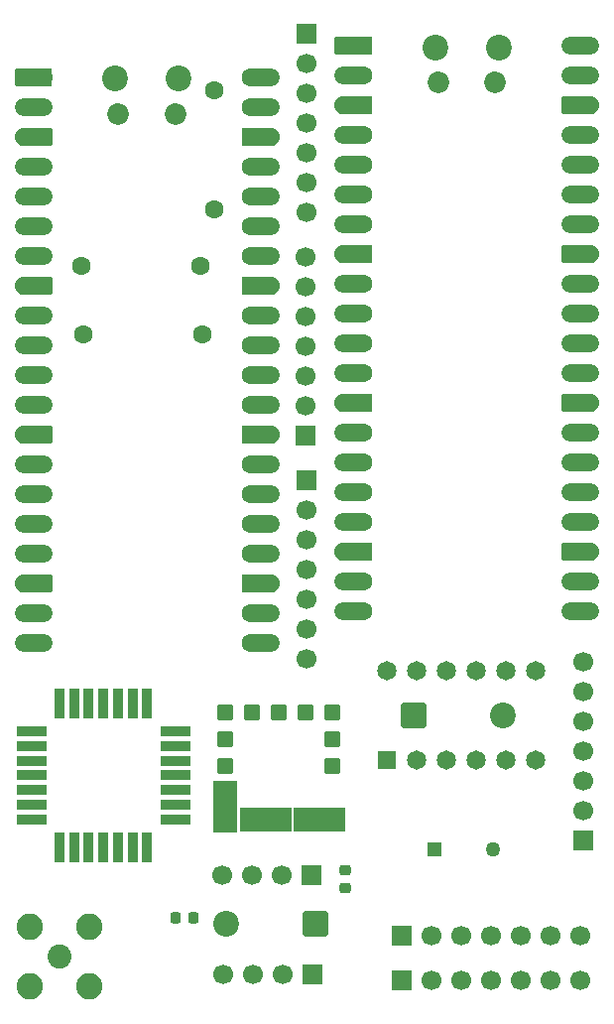
<source format=gbr>
%TF.GenerationSoftware,KiCad,Pcbnew,9.0.2*%
%TF.CreationDate,2025-11-02T21:22:01+09:00*%
%TF.ProjectId,kicad2026_2,6b696361-6432-4303-9236-5f322e6b6963,rev?*%
%TF.SameCoordinates,Original*%
%TF.FileFunction,Soldermask,Top*%
%TF.FilePolarity,Negative*%
%FSLAX46Y46*%
G04 Gerber Fmt 4.6, Leading zero omitted, Abs format (unit mm)*
G04 Created by KiCad (PCBNEW 9.0.2) date 2025-11-02 21:22:01*
%MOMM*%
%LPD*%
G01*
G04 APERTURE LIST*
G04 Aperture macros list*
%AMRoundRect*
0 Rectangle with rounded corners*
0 $1 Rounding radius*
0 $2 $3 $4 $5 $6 $7 $8 $9 X,Y pos of 4 corners*
0 Add a 4 corners polygon primitive as box body*
4,1,4,$2,$3,$4,$5,$6,$7,$8,$9,$2,$3,0*
0 Add four circle primitives for the rounded corners*
1,1,$1+$1,$2,$3*
1,1,$1+$1,$4,$5*
1,1,$1+$1,$6,$7*
1,1,$1+$1,$8,$9*
0 Add four rect primitives between the rounded corners*
20,1,$1+$1,$2,$3,$4,$5,0*
20,1,$1+$1,$4,$5,$6,$7,0*
20,1,$1+$1,$6,$7,$8,$9,0*
20,1,$1+$1,$8,$9,$2,$3,0*%
%AMFreePoly0*
4,1,37,0.800000,0.796148,0.878414,0.796148,1.032228,0.765552,1.177117,0.705537,1.307515,0.618408,1.418408,0.507515,1.505537,0.377117,1.565552,0.232228,1.596148,0.078414,1.596148,-0.078414,1.565552,-0.232228,1.505537,-0.377117,1.418408,-0.507515,1.307515,-0.618408,1.177117,-0.705537,1.032228,-0.765552,0.878414,-0.796148,0.800000,-0.796148,0.800000,-0.800000,-1.400000,-0.800000,
-1.403843,-0.796157,-1.439018,-0.796157,-1.511114,-0.766294,-1.566294,-0.711114,-1.596157,-0.639018,-1.596157,-0.603843,-1.600000,-0.600000,-1.600000,0.600000,-1.596157,0.603843,-1.596157,0.639018,-1.566294,0.711114,-1.511114,0.766294,-1.439018,0.796157,-1.403843,0.796157,-1.400000,0.800000,0.800000,0.800000,0.800000,0.796148,0.800000,0.796148,$1*%
%AMFreePoly1*
4,1,37,1.403843,0.796157,1.439018,0.796157,1.511114,0.766294,1.566294,0.711114,1.596157,0.639018,1.596157,0.603843,1.600000,0.600000,1.600000,-0.600000,1.596157,-0.603843,1.596157,-0.639018,1.566294,-0.711114,1.511114,-0.766294,1.439018,-0.796157,1.403843,-0.796157,1.400000,-0.800000,-0.800000,-0.800000,-0.800000,-0.796148,-0.878414,-0.796148,-1.032228,-0.765552,-1.177117,-0.705537,
-1.307515,-0.618408,-1.418408,-0.507515,-1.505537,-0.377117,-1.565552,-0.232228,-1.596148,-0.078414,-1.596148,0.078414,-1.565552,0.232228,-1.505537,0.377117,-1.418408,0.507515,-1.307515,0.618408,-1.177117,0.705537,-1.032228,0.765552,-0.878414,0.796148,-0.800000,0.796148,-0.800000,0.800000,1.400000,0.800000,1.403843,0.796157,1.403843,0.796157,$1*%
%AMFreePoly2*
4,1,37,0.603843,0.796157,0.639018,0.796157,0.711114,0.766294,0.766294,0.711114,0.796157,0.639018,0.796157,0.603843,0.800000,0.600000,0.800000,-0.600000,0.796157,-0.603843,0.796157,-0.639018,0.766294,-0.711114,0.711114,-0.766294,0.639018,-0.796157,0.603843,-0.796157,0.600000,-0.800000,0.000000,-0.800000,0.000000,-0.796148,-0.078414,-0.796148,-0.232228,-0.765552,-0.377117,-0.705537,
-0.507515,-0.618408,-0.618408,-0.507515,-0.705537,-0.377117,-0.765552,-0.232228,-0.796148,-0.078414,-0.796148,0.078414,-0.765552,0.232228,-0.705537,0.377117,-0.618408,0.507515,-0.507515,0.618408,-0.377117,0.705537,-0.232228,0.765552,-0.078414,0.796148,0.000000,0.796148,0.000000,0.800000,0.600000,0.800000,0.603843,0.796157,0.603843,0.796157,$1*%
%AMFreePoly3*
4,1,37,0.000000,0.796148,0.078414,0.796148,0.232228,0.765552,0.377117,0.705537,0.507515,0.618408,0.618408,0.507515,0.705537,0.377117,0.765552,0.232228,0.796148,0.078414,0.796148,-0.078414,0.765552,-0.232228,0.705537,-0.377117,0.618408,-0.507515,0.507515,-0.618408,0.377117,-0.705537,0.232228,-0.765552,0.078414,-0.796148,0.000000,-0.796148,0.000000,-0.800000,-0.600000,-0.800000,
-0.603843,-0.796157,-0.639018,-0.796157,-0.711114,-0.766294,-0.766294,-0.711114,-0.796157,-0.639018,-0.796157,-0.603843,-0.800000,-0.600000,-0.800000,0.600000,-0.796157,0.603843,-0.796157,0.639018,-0.766294,0.711114,-0.711114,0.766294,-0.639018,0.796157,-0.603843,0.796157,-0.600000,0.800000,0.000000,0.800000,0.000000,0.796148,0.000000,0.796148,$1*%
G04 Aperture macros list end*
%ADD10R,1.700000X1.700000*%
%ADD11C,1.700000*%
%ADD12R,1.650000X1.650000*%
%ADD13C,1.650000*%
%ADD14RoundRect,0.249999X0.850001X0.850001X-0.850001X0.850001X-0.850001X-0.850001X0.850001X-0.850001X0*%
%ADD15C,2.200000*%
%ADD16C,1.850000*%
%ADD17FreePoly0,0.000000*%
%ADD18RoundRect,0.200000X-0.600000X-0.600000X0.600000X-0.600000X0.600000X0.600000X-0.600000X0.600000X0*%
%ADD19RoundRect,0.800000X-0.800000X-0.000010X0.800000X-0.000010X0.800000X0.000010X-0.800000X0.000010X0*%
%ADD20C,1.600000*%
%ADD21FreePoly1,0.000000*%
%ADD22FreePoly2,0.000000*%
%ADD23FreePoly3,0.000000*%
%ADD24RoundRect,0.225000X-0.225000X-0.250000X0.225000X-0.250000X0.225000X0.250000X-0.225000X0.250000X0*%
%ADD25RoundRect,0.102000X0.571500X0.571500X-0.571500X0.571500X-0.571500X-0.571500X0.571500X-0.571500X0*%
%ADD26RoundRect,0.102000X2.095500X0.952500X-2.095500X0.952500X-2.095500X-0.952500X2.095500X-0.952500X0*%
%ADD27RoundRect,0.102000X0.952500X2.095500X-0.952500X2.095500X-0.952500X-2.095500X0.952500X-2.095500X0*%
%ADD28RoundRect,0.225000X-0.250000X0.225000X-0.250000X-0.225000X0.250000X-0.225000X0.250000X0.225000X0*%
%ADD29R,0.939800X2.616200*%
%ADD30R,2.616200X0.939800*%
%ADD31RoundRect,0.249999X-0.850001X-0.850001X0.850001X-0.850001X0.850001X0.850001X-0.850001X0.850001X0*%
%ADD32R,1.275000X1.275000*%
%ADD33C,1.275000*%
%ADD34C,2.050000*%
%ADD35C,2.250000*%
G04 APERTURE END LIST*
D10*
%TO.C,J5*%
X138938000Y-159258000D03*
D11*
X141478000Y-159258000D03*
X144018000Y-159258000D03*
X146558000Y-159258000D03*
X149098000Y-159258000D03*
X151638000Y-159258000D03*
X154178000Y-159258000D03*
%TD*%
D12*
%TO.C,IC1*%
X137668000Y-140462000D03*
D13*
X140208000Y-140462000D03*
X142748000Y-140462000D03*
X145288000Y-140462000D03*
X147828000Y-140462000D03*
X150368000Y-140462000D03*
X150368000Y-132842000D03*
X147828000Y-132842000D03*
X145288000Y-132842000D03*
X142748000Y-132842000D03*
X140208000Y-132842000D03*
X137668000Y-132842000D03*
%TD*%
D10*
%TO.C,J1*%
X138938000Y-155448000D03*
D11*
X141478000Y-155448000D03*
X144018000Y-155448000D03*
X146558000Y-155448000D03*
X149098000Y-155448000D03*
X151638000Y-155448000D03*
X154178000Y-155448000D03*
%TD*%
D10*
%TO.C,J3*%
X130810000Y-116586000D03*
D11*
X130810000Y-119126000D03*
X130810000Y-121666000D03*
X130810000Y-124206000D03*
X130810000Y-126746000D03*
X130810000Y-129286000D03*
X130810000Y-131826000D03*
%TD*%
D14*
%TO.C,D1*%
X131572000Y-154432000D03*
D15*
X123952000Y-154432000D03*
%TD*%
D10*
%TO.C,J16*%
X130810000Y-78486000D03*
D11*
X130810000Y-81026000D03*
X130810000Y-83566000D03*
X130810000Y-86106000D03*
X130810000Y-88646000D03*
X130810000Y-91186000D03*
X130810000Y-93726000D03*
%TD*%
D15*
%TO.C,A1*%
X141801000Y-79632000D03*
D16*
X142101000Y-82662000D03*
X146951000Y-82662000D03*
D15*
X147251000Y-79632000D03*
D17*
X134836000Y-79502000D03*
D18*
X135636000Y-79502000D03*
D19*
X134836000Y-82042000D03*
D20*
X135636000Y-82042000D03*
D21*
X134836000Y-84582000D03*
D22*
X135636000Y-84582000D03*
D19*
X134836000Y-87122000D03*
D20*
X135636000Y-87122000D03*
D19*
X134836000Y-89662000D03*
D20*
X135636000Y-89662000D03*
D19*
X134836000Y-92202000D03*
D20*
X135636000Y-92202000D03*
D19*
X134836000Y-94742000D03*
D20*
X135636000Y-94742000D03*
D21*
X134836000Y-97282000D03*
D22*
X135636000Y-97282000D03*
D19*
X134836000Y-99822000D03*
D20*
X135636000Y-99822000D03*
D19*
X134836000Y-102362000D03*
D20*
X135636000Y-102362000D03*
D19*
X134836000Y-104902000D03*
D20*
X135636000Y-104902000D03*
D19*
X134836000Y-107442000D03*
D20*
X135636000Y-107442000D03*
D21*
X134836000Y-109982000D03*
D22*
X135636000Y-109982000D03*
D19*
X134836000Y-112522000D03*
D20*
X135636000Y-112522000D03*
D19*
X134836000Y-115062000D03*
D20*
X135636000Y-115062000D03*
D19*
X134836000Y-117602000D03*
D20*
X135636000Y-117602000D03*
D19*
X134836000Y-120142000D03*
D20*
X135636000Y-120142000D03*
D21*
X134836000Y-122682000D03*
D22*
X135636000Y-122682000D03*
D19*
X134836000Y-125222000D03*
D20*
X135636000Y-125222000D03*
D19*
X134836000Y-127762000D03*
D20*
X135636000Y-127762000D03*
X153416000Y-127762000D03*
D19*
X154216000Y-127762000D03*
D20*
X153416000Y-125222000D03*
D19*
X154216000Y-125222000D03*
D23*
X153416000Y-122682000D03*
D17*
X154216000Y-122682000D03*
D20*
X153416000Y-120142000D03*
D19*
X154216000Y-120142000D03*
D20*
X153416000Y-117602000D03*
D19*
X154216000Y-117602000D03*
D20*
X153416000Y-115062000D03*
D19*
X154216000Y-115062000D03*
D20*
X153416000Y-112522000D03*
D19*
X154216000Y-112522000D03*
D23*
X153416000Y-109982000D03*
D17*
X154216000Y-109982000D03*
D20*
X153416000Y-107442000D03*
D19*
X154216000Y-107442000D03*
D20*
X153416000Y-104902000D03*
D19*
X154216000Y-104902000D03*
D20*
X153416000Y-102362000D03*
D19*
X154216000Y-102362000D03*
D20*
X153416000Y-99822000D03*
D19*
X154216000Y-99822000D03*
D23*
X153416000Y-97282000D03*
D17*
X154216000Y-97282000D03*
D20*
X153416000Y-94742000D03*
D19*
X154216000Y-94742000D03*
D20*
X153416000Y-92202000D03*
D19*
X154216000Y-92202000D03*
D20*
X153416000Y-89662000D03*
D19*
X154216000Y-89662000D03*
D20*
X153416000Y-87122000D03*
D19*
X154216000Y-87122000D03*
D23*
X153416000Y-84582000D03*
D17*
X154216000Y-84582000D03*
D20*
X153416000Y-82042000D03*
D19*
X154216000Y-82042000D03*
D20*
X153416000Y-79502000D03*
D19*
X154216000Y-79502000D03*
%TD*%
D10*
%TO.C,J10*%
X154432000Y-147320000D03*
D11*
X154432000Y-144780000D03*
X154432000Y-142240000D03*
X154432000Y-139700000D03*
X154432000Y-137160000D03*
X154432000Y-134620000D03*
X154432000Y-132080000D03*
%TD*%
D15*
%TO.C,A3*%
X114484000Y-82314000D03*
D16*
X114784000Y-85344000D03*
X119634000Y-85344000D03*
D15*
X119934000Y-82314000D03*
D17*
X107519000Y-82184000D03*
D18*
X108319000Y-82184000D03*
D19*
X107519000Y-84724000D03*
D20*
X108319000Y-84724000D03*
D21*
X107519000Y-87264000D03*
D22*
X108319000Y-87264000D03*
D19*
X107519000Y-89804000D03*
D20*
X108319000Y-89804000D03*
D19*
X107519000Y-92344000D03*
D20*
X108319000Y-92344000D03*
D19*
X107519000Y-94884000D03*
D20*
X108319000Y-94884000D03*
D19*
X107519000Y-97424000D03*
D20*
X108319000Y-97424000D03*
D21*
X107519000Y-99964000D03*
D22*
X108319000Y-99964000D03*
D19*
X107519000Y-102504000D03*
D20*
X108319000Y-102504000D03*
D19*
X107519000Y-105044000D03*
D20*
X108319000Y-105044000D03*
D19*
X107519000Y-107584000D03*
D20*
X108319000Y-107584000D03*
D19*
X107519000Y-110124000D03*
D20*
X108319000Y-110124000D03*
D21*
X107519000Y-112664000D03*
D22*
X108319000Y-112664000D03*
D19*
X107519000Y-115204000D03*
D20*
X108319000Y-115204000D03*
D19*
X107519000Y-117744000D03*
D20*
X108319000Y-117744000D03*
D19*
X107519000Y-120284000D03*
D20*
X108319000Y-120284000D03*
D19*
X107519000Y-122824000D03*
D20*
X108319000Y-122824000D03*
D21*
X107519000Y-125364000D03*
D22*
X108319000Y-125364000D03*
D19*
X107519000Y-127904000D03*
D20*
X108319000Y-127904000D03*
D19*
X107519000Y-130444000D03*
D20*
X108319000Y-130444000D03*
X126099000Y-130444000D03*
D19*
X126899000Y-130444000D03*
D20*
X126099000Y-127904000D03*
D19*
X126899000Y-127904000D03*
D23*
X126099000Y-125364000D03*
D17*
X126899000Y-125364000D03*
D20*
X126099000Y-122824000D03*
D19*
X126899000Y-122824000D03*
D20*
X126099000Y-120284000D03*
D19*
X126899000Y-120284000D03*
D20*
X126099000Y-117744000D03*
D19*
X126899000Y-117744000D03*
D20*
X126099000Y-115204000D03*
D19*
X126899000Y-115204000D03*
D23*
X126099000Y-112664000D03*
D17*
X126899000Y-112664000D03*
D20*
X126099000Y-110124000D03*
D19*
X126899000Y-110124000D03*
D20*
X126099000Y-107584000D03*
D19*
X126899000Y-107584000D03*
D20*
X126099000Y-105044000D03*
D19*
X126899000Y-105044000D03*
D20*
X126099000Y-102504000D03*
D19*
X126899000Y-102504000D03*
D23*
X126099000Y-99964000D03*
D17*
X126899000Y-99964000D03*
D20*
X126099000Y-97424000D03*
D19*
X126899000Y-97424000D03*
D20*
X126099000Y-94884000D03*
D19*
X126899000Y-94884000D03*
D20*
X126099000Y-92344000D03*
D19*
X126899000Y-92344000D03*
D20*
X126099000Y-89804000D03*
D19*
X126899000Y-89804000D03*
D23*
X126099000Y-87264000D03*
D17*
X126899000Y-87264000D03*
D20*
X126099000Y-84724000D03*
D19*
X126899000Y-84724000D03*
D20*
X126099000Y-82184000D03*
D19*
X126899000Y-82184000D03*
%TD*%
D24*
%TO.C,C4*%
X119621000Y-153924000D03*
X121171000Y-153924000D03*
%TD*%
D25*
%TO.C,MD3*%
X133069000Y-140970000D03*
D26*
X131926000Y-145542000D03*
X127354000Y-145542000D03*
D27*
X123925000Y-144399000D03*
D25*
X123925000Y-140970000D03*
X123925000Y-136398000D03*
X128497000Y-136398000D03*
X130783000Y-136398000D03*
X133069000Y-136398000D03*
X133069000Y-138684000D03*
X123925000Y-138684000D03*
X126211000Y-136398000D03*
%TD*%
D28*
%TO.C,C1*%
X134112000Y-149847000D03*
X134112000Y-151397000D03*
%TD*%
D29*
%TO.C,U1*%
X117237200Y-135605200D03*
X115987200Y-135605200D03*
X114737200Y-135605200D03*
X113487200Y-135605200D03*
X112237200Y-135605200D03*
X110987200Y-135605200D03*
X109737200Y-135605200D03*
D30*
X107340400Y-138002000D03*
X107340400Y-139252000D03*
X107340400Y-140502000D03*
X107340400Y-141752000D03*
X107340400Y-143002000D03*
X107340400Y-144252000D03*
X107340400Y-145502000D03*
D29*
X109737200Y-147898800D03*
X110987200Y-147898800D03*
X112237200Y-147898800D03*
X113487200Y-147898800D03*
X114737200Y-147898800D03*
X115987200Y-147898800D03*
X117237200Y-147898800D03*
D30*
X119634000Y-145502000D03*
X119634000Y-144252000D03*
X119634000Y-143002000D03*
X119634000Y-141752000D03*
X119634000Y-140502000D03*
X119634000Y-139252000D03*
X119634000Y-138002000D03*
%TD*%
D10*
%TO.C,J2*%
X130785000Y-112776000D03*
D11*
X130785000Y-110236000D03*
X130785000Y-107696000D03*
X130785000Y-105156000D03*
X130785000Y-102616000D03*
X130785000Y-100076000D03*
X130785000Y-97536000D03*
%TD*%
D20*
%TO.C,R7*%
X121766019Y-98298000D03*
X111606019Y-98298000D03*
%TD*%
D10*
%TO.C,J11*%
X131298000Y-150245000D03*
D11*
X128758000Y-150245000D03*
X126218000Y-150245000D03*
X123678000Y-150245000D03*
%TD*%
D10*
%TO.C,J7*%
X131308000Y-158775000D03*
D11*
X128768000Y-158775000D03*
X126228000Y-158775000D03*
X123688000Y-158775000D03*
%TD*%
D20*
%TO.C,R6*%
X122936000Y-93472000D03*
X122936000Y-83312000D03*
%TD*%
D31*
%TO.C,D2*%
X139954000Y-136652000D03*
D15*
X147574000Y-136652000D03*
%TD*%
D20*
%TO.C,R8*%
X111760000Y-104140000D03*
X121920000Y-104140000D03*
%TD*%
D32*
%TO.C,C5*%
X141772000Y-148082000D03*
D33*
X146772000Y-148082000D03*
%TD*%
D34*
%TO.C,J4*%
X109728000Y-157226000D03*
D35*
X107188000Y-154686000D03*
X107188000Y-159766000D03*
X112268000Y-154686000D03*
X112268000Y-159766000D03*
%TD*%
M02*

</source>
